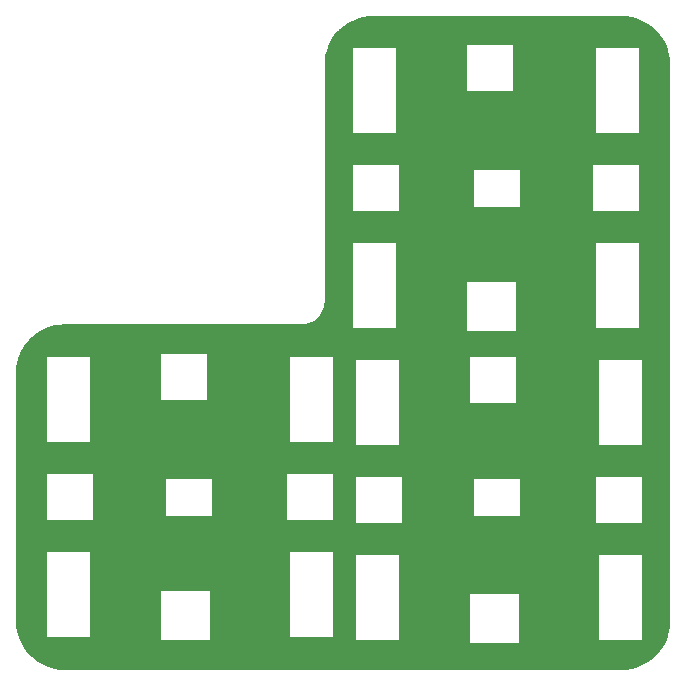
<source format=gbr>
%TF.GenerationSoftware,KiCad,Pcbnew,(5.1.10)-1*%
%TF.CreationDate,2023-09-11T17:59:32-05:00*%
%TF.ProjectId,perovskite_contact_board,7065726f-7673-46b6-9974-655f636f6e74,V3*%
%TF.SameCoordinates,Original*%
%TF.FileFunction,Soldermask,Top*%
%TF.FilePolarity,Negative*%
%FSLAX46Y46*%
G04 Gerber Fmt 4.6, Leading zero omitted, Abs format (unit mm)*
G04 Created by KiCad (PCBNEW (5.1.10)-1) date 2023-09-11 17:59:32*
%MOMM*%
%LPD*%
G01*
G04 APERTURE LIST*
%ADD10C,0.152400*%
%ADD11C,0.100000*%
G04 APERTURE END LIST*
D10*
X173911569Y-69857761D02*
X174299861Y-69915359D01*
X174680639Y-70010739D01*
X175050234Y-70142982D01*
X175405087Y-70310815D01*
X175741781Y-70512622D01*
X176057073Y-70746458D01*
X176347927Y-71010073D01*
X176611542Y-71300927D01*
X176845378Y-71616219D01*
X177047185Y-71952913D01*
X177215018Y-72307766D01*
X177347261Y-72677361D01*
X177442641Y-73058139D01*
X177500239Y-73446431D01*
X177519500Y-73838500D01*
X177519500Y-121038499D01*
X177500239Y-121430568D01*
X177442641Y-121818860D01*
X177347261Y-122199638D01*
X177215018Y-122569233D01*
X177047185Y-122924086D01*
X176845378Y-123260780D01*
X176611542Y-123576072D01*
X176347927Y-123866926D01*
X176057073Y-124130541D01*
X175741781Y-124364377D01*
X175405087Y-124566184D01*
X175050234Y-124734017D01*
X174680639Y-124866260D01*
X174299861Y-124961640D01*
X173914522Y-125018800D01*
X125924479Y-125018800D01*
X125539140Y-124961640D01*
X125158362Y-124866260D01*
X124788767Y-124734017D01*
X124433914Y-124566184D01*
X124097220Y-124364377D01*
X123781928Y-124130541D01*
X123491074Y-123866926D01*
X123227459Y-123576072D01*
X122993623Y-123260780D01*
X122791816Y-122924086D01*
X122623983Y-122569233D01*
X122491740Y-122199638D01*
X122396360Y-121818860D01*
X122338762Y-121430568D01*
X122319501Y-121038499D01*
X122319501Y-115062000D01*
X124714000Y-115062000D01*
X124714000Y-122428000D01*
X128524000Y-122428000D01*
X128524000Y-118364000D01*
X134366000Y-118364000D01*
X134366000Y-122682000D01*
X138684000Y-122682000D01*
X138684000Y-118364000D01*
X134366000Y-118364000D01*
X128524000Y-118364000D01*
X128524000Y-115062000D01*
X145288000Y-115062000D01*
X145288000Y-122428000D01*
X149098000Y-122428000D01*
X149098000Y-115316000D01*
X150876000Y-115316000D01*
X150876000Y-122682000D01*
X154686000Y-122682000D01*
X154686000Y-118618000D01*
X160528000Y-118618000D01*
X160528000Y-122936000D01*
X164846000Y-122936000D01*
X164846000Y-118618000D01*
X160528000Y-118618000D01*
X154686000Y-118618000D01*
X154686000Y-115316000D01*
X171450000Y-115316000D01*
X171450000Y-122682000D01*
X175260000Y-122682000D01*
X175260000Y-115316000D01*
X171450000Y-115316000D01*
X154686000Y-115316000D01*
X150876000Y-115316000D01*
X149098000Y-115316000D01*
X149098000Y-115062000D01*
X145288000Y-115062000D01*
X128524000Y-115062000D01*
X124714000Y-115062000D01*
X122319501Y-115062000D01*
X122319501Y-108458000D01*
X124714000Y-108458000D01*
X124714000Y-112522000D01*
X128778000Y-112522000D01*
X128778000Y-108902500D01*
X134810500Y-108902500D01*
X134810500Y-112204500D01*
X138874500Y-112204500D01*
X138874500Y-108902500D01*
X134810500Y-108902500D01*
X128778000Y-108902500D01*
X128778000Y-108458000D01*
X145034000Y-108458000D01*
X145034000Y-112522000D01*
X149098000Y-112522000D01*
X149098000Y-108712000D01*
X150876000Y-108712000D01*
X150876000Y-112776000D01*
X154940000Y-112776000D01*
X154940000Y-108839000D01*
X160909000Y-108839000D01*
X160909000Y-112141000D01*
X164973000Y-112141000D01*
X164973000Y-108839000D01*
X160909000Y-108839000D01*
X154940000Y-108839000D01*
X154940000Y-108712000D01*
X171196000Y-108712000D01*
X171196000Y-112776000D01*
X175260000Y-112776000D01*
X175260000Y-108712000D01*
X171196000Y-108712000D01*
X154940000Y-108712000D01*
X150876000Y-108712000D01*
X149098000Y-108712000D01*
X149098000Y-108458000D01*
X145034000Y-108458000D01*
X128778000Y-108458000D01*
X124714000Y-108458000D01*
X122319501Y-108458000D01*
X122319501Y-99938499D01*
X122338762Y-99546430D01*
X122396360Y-99158138D01*
X122491740Y-98777360D01*
X122572374Y-98552000D01*
X124714000Y-98552000D01*
X124714000Y-105918000D01*
X128524000Y-105918000D01*
X128524000Y-98552000D01*
X124714000Y-98552000D01*
X122572374Y-98552000D01*
X122623983Y-98407765D01*
X122675897Y-98298000D01*
X134366000Y-98298000D01*
X134366000Y-102362000D01*
X138430000Y-102362000D01*
X138430000Y-98552000D01*
X145288000Y-98552000D01*
X145288000Y-105918000D01*
X149098000Y-105918000D01*
X149098000Y-98806000D01*
X150876000Y-98806000D01*
X150876000Y-106172000D01*
X154686000Y-106172000D01*
X154686000Y-98806000D01*
X150876000Y-98806000D01*
X149098000Y-98806000D01*
X149098000Y-98552000D01*
X160528000Y-98552000D01*
X160528000Y-102616000D01*
X164592000Y-102616000D01*
X164592000Y-98806000D01*
X171450000Y-98806000D01*
X171450000Y-106172000D01*
X175260000Y-106172000D01*
X175260000Y-98806000D01*
X171450000Y-98806000D01*
X164592000Y-98806000D01*
X164592000Y-98552000D01*
X160528000Y-98552000D01*
X149098000Y-98552000D01*
X145288000Y-98552000D01*
X138430000Y-98552000D01*
X138430000Y-98298000D01*
X134366000Y-98298000D01*
X122675897Y-98298000D01*
X122791816Y-98052912D01*
X122993623Y-97716218D01*
X123227459Y-97400926D01*
X123491074Y-97110072D01*
X123781928Y-96846457D01*
X124097220Y-96612621D01*
X124433914Y-96410814D01*
X124788767Y-96242981D01*
X125158362Y-96110738D01*
X125539140Y-96015358D01*
X125927432Y-95957760D01*
X126319501Y-95938499D01*
X146419500Y-95938499D01*
X146704130Y-95918142D01*
X146982965Y-95857485D01*
X147250330Y-95757763D01*
X147500782Y-95621006D01*
X147729221Y-95449998D01*
X147930999Y-95248220D01*
X148102007Y-95019781D01*
X148238764Y-94769329D01*
X148338486Y-94501964D01*
X148399143Y-94223129D01*
X148419500Y-93938499D01*
X148419500Y-88900000D01*
X150622000Y-88900000D01*
X150622000Y-96266000D01*
X154432000Y-96266000D01*
X154432000Y-92202000D01*
X160274000Y-92202000D01*
X160274000Y-96520000D01*
X164592000Y-96520000D01*
X164592000Y-92202000D01*
X160274000Y-92202000D01*
X154432000Y-92202000D01*
X154432000Y-88900000D01*
X171196000Y-88900000D01*
X171196000Y-96266000D01*
X175006000Y-96266000D01*
X175006000Y-88900000D01*
X171196000Y-88900000D01*
X154432000Y-88900000D01*
X150622000Y-88900000D01*
X148419500Y-88900000D01*
X148419500Y-82296000D01*
X150622000Y-82296000D01*
X150622000Y-86360000D01*
X154686000Y-86360000D01*
X154686000Y-82677000D01*
X160909000Y-82677000D01*
X160909000Y-85979000D01*
X164973000Y-85979000D01*
X164973000Y-82677000D01*
X160909000Y-82677000D01*
X154686000Y-82677000D01*
X154686000Y-82296000D01*
X170942000Y-82296000D01*
X170942000Y-86360000D01*
X175006000Y-86360000D01*
X175006000Y-82296000D01*
X170942000Y-82296000D01*
X154686000Y-82296000D01*
X150622000Y-82296000D01*
X148419500Y-82296000D01*
X148419500Y-75062397D01*
X148435896Y-73504743D01*
X148438761Y-73446431D01*
X148496359Y-73058139D01*
X148591739Y-72677361D01*
X148694558Y-72390000D01*
X150622000Y-72390000D01*
X150622000Y-79756000D01*
X154432000Y-79756000D01*
X154432000Y-72390000D01*
X150622000Y-72390000D01*
X148694558Y-72390000D01*
X148723982Y-72307766D01*
X148805221Y-72136000D01*
X160274000Y-72136000D01*
X160274000Y-76200000D01*
X164338000Y-76200000D01*
X164338000Y-72390000D01*
X171196000Y-72390000D01*
X171196000Y-79756000D01*
X175006000Y-79756000D01*
X175006000Y-72390000D01*
X171196000Y-72390000D01*
X164338000Y-72390000D01*
X164338000Y-72136000D01*
X160274000Y-72136000D01*
X148805221Y-72136000D01*
X148891815Y-71952913D01*
X149093622Y-71616219D01*
X149327458Y-71300927D01*
X149591073Y-71010073D01*
X149881927Y-70746458D01*
X150197219Y-70512622D01*
X150533913Y-70310815D01*
X150888766Y-70142982D01*
X151258361Y-70010739D01*
X151639139Y-69915359D01*
X152027431Y-69857761D01*
X152419500Y-69838500D01*
X173519500Y-69838500D01*
X173911569Y-69857761D01*
D11*
G36*
X173911569Y-69857761D02*
G01*
X174299861Y-69915359D01*
X174680639Y-70010739D01*
X175050234Y-70142982D01*
X175405087Y-70310815D01*
X175741781Y-70512622D01*
X176057073Y-70746458D01*
X176347927Y-71010073D01*
X176611542Y-71300927D01*
X176845378Y-71616219D01*
X177047185Y-71952913D01*
X177215018Y-72307766D01*
X177347261Y-72677361D01*
X177442641Y-73058139D01*
X177500239Y-73446431D01*
X177519500Y-73838500D01*
X177519500Y-121038499D01*
X177500239Y-121430568D01*
X177442641Y-121818860D01*
X177347261Y-122199638D01*
X177215018Y-122569233D01*
X177047185Y-122924086D01*
X176845378Y-123260780D01*
X176611542Y-123576072D01*
X176347927Y-123866926D01*
X176057073Y-124130541D01*
X175741781Y-124364377D01*
X175405087Y-124566184D01*
X175050234Y-124734017D01*
X174680639Y-124866260D01*
X174299861Y-124961640D01*
X173914522Y-125018800D01*
X125924479Y-125018800D01*
X125539140Y-124961640D01*
X125158362Y-124866260D01*
X124788767Y-124734017D01*
X124433914Y-124566184D01*
X124097220Y-124364377D01*
X123781928Y-124130541D01*
X123491074Y-123866926D01*
X123227459Y-123576072D01*
X122993623Y-123260780D01*
X122791816Y-122924086D01*
X122623983Y-122569233D01*
X122491740Y-122199638D01*
X122396360Y-121818860D01*
X122338762Y-121430568D01*
X122319501Y-121038499D01*
X122319501Y-115062000D01*
X124714000Y-115062000D01*
X124714000Y-122428000D01*
X128524000Y-122428000D01*
X128524000Y-118364000D01*
X134366000Y-118364000D01*
X134366000Y-122682000D01*
X138684000Y-122682000D01*
X138684000Y-118364000D01*
X134366000Y-118364000D01*
X128524000Y-118364000D01*
X128524000Y-115062000D01*
X145288000Y-115062000D01*
X145288000Y-122428000D01*
X149098000Y-122428000D01*
X149098000Y-115316000D01*
X150876000Y-115316000D01*
X150876000Y-122682000D01*
X154686000Y-122682000D01*
X154686000Y-118618000D01*
X160528000Y-118618000D01*
X160528000Y-122936000D01*
X164846000Y-122936000D01*
X164846000Y-118618000D01*
X160528000Y-118618000D01*
X154686000Y-118618000D01*
X154686000Y-115316000D01*
X171450000Y-115316000D01*
X171450000Y-122682000D01*
X175260000Y-122682000D01*
X175260000Y-115316000D01*
X171450000Y-115316000D01*
X154686000Y-115316000D01*
X150876000Y-115316000D01*
X149098000Y-115316000D01*
X149098000Y-115062000D01*
X145288000Y-115062000D01*
X128524000Y-115062000D01*
X124714000Y-115062000D01*
X122319501Y-115062000D01*
X122319501Y-108458000D01*
X124714000Y-108458000D01*
X124714000Y-112522000D01*
X128778000Y-112522000D01*
X128778000Y-108902500D01*
X134810500Y-108902500D01*
X134810500Y-112204500D01*
X138874500Y-112204500D01*
X138874500Y-108902500D01*
X134810500Y-108902500D01*
X128778000Y-108902500D01*
X128778000Y-108458000D01*
X145034000Y-108458000D01*
X145034000Y-112522000D01*
X149098000Y-112522000D01*
X149098000Y-108712000D01*
X150876000Y-108712000D01*
X150876000Y-112776000D01*
X154940000Y-112776000D01*
X154940000Y-108839000D01*
X160909000Y-108839000D01*
X160909000Y-112141000D01*
X164973000Y-112141000D01*
X164973000Y-108839000D01*
X160909000Y-108839000D01*
X154940000Y-108839000D01*
X154940000Y-108712000D01*
X171196000Y-108712000D01*
X171196000Y-112776000D01*
X175260000Y-112776000D01*
X175260000Y-108712000D01*
X171196000Y-108712000D01*
X154940000Y-108712000D01*
X150876000Y-108712000D01*
X149098000Y-108712000D01*
X149098000Y-108458000D01*
X145034000Y-108458000D01*
X128778000Y-108458000D01*
X124714000Y-108458000D01*
X122319501Y-108458000D01*
X122319501Y-99938499D01*
X122338762Y-99546430D01*
X122396360Y-99158138D01*
X122491740Y-98777360D01*
X122572374Y-98552000D01*
X124714000Y-98552000D01*
X124714000Y-105918000D01*
X128524000Y-105918000D01*
X128524000Y-98552000D01*
X124714000Y-98552000D01*
X122572374Y-98552000D01*
X122623983Y-98407765D01*
X122675897Y-98298000D01*
X134366000Y-98298000D01*
X134366000Y-102362000D01*
X138430000Y-102362000D01*
X138430000Y-98552000D01*
X145288000Y-98552000D01*
X145288000Y-105918000D01*
X149098000Y-105918000D01*
X149098000Y-98806000D01*
X150876000Y-98806000D01*
X150876000Y-106172000D01*
X154686000Y-106172000D01*
X154686000Y-98806000D01*
X150876000Y-98806000D01*
X149098000Y-98806000D01*
X149098000Y-98552000D01*
X160528000Y-98552000D01*
X160528000Y-102616000D01*
X164592000Y-102616000D01*
X164592000Y-98806000D01*
X171450000Y-98806000D01*
X171450000Y-106172000D01*
X175260000Y-106172000D01*
X175260000Y-98806000D01*
X171450000Y-98806000D01*
X164592000Y-98806000D01*
X164592000Y-98552000D01*
X160528000Y-98552000D01*
X149098000Y-98552000D01*
X145288000Y-98552000D01*
X138430000Y-98552000D01*
X138430000Y-98298000D01*
X134366000Y-98298000D01*
X122675897Y-98298000D01*
X122791816Y-98052912D01*
X122993623Y-97716218D01*
X123227459Y-97400926D01*
X123491074Y-97110072D01*
X123781928Y-96846457D01*
X124097220Y-96612621D01*
X124433914Y-96410814D01*
X124788767Y-96242981D01*
X125158362Y-96110738D01*
X125539140Y-96015358D01*
X125927432Y-95957760D01*
X126319501Y-95938499D01*
X146419500Y-95938499D01*
X146704130Y-95918142D01*
X146982965Y-95857485D01*
X147250330Y-95757763D01*
X147500782Y-95621006D01*
X147729221Y-95449998D01*
X147930999Y-95248220D01*
X148102007Y-95019781D01*
X148238764Y-94769329D01*
X148338486Y-94501964D01*
X148399143Y-94223129D01*
X148419500Y-93938499D01*
X148419500Y-88900000D01*
X150622000Y-88900000D01*
X150622000Y-96266000D01*
X154432000Y-96266000D01*
X154432000Y-92202000D01*
X160274000Y-92202000D01*
X160274000Y-96520000D01*
X164592000Y-96520000D01*
X164592000Y-92202000D01*
X160274000Y-92202000D01*
X154432000Y-92202000D01*
X154432000Y-88900000D01*
X171196000Y-88900000D01*
X171196000Y-96266000D01*
X175006000Y-96266000D01*
X175006000Y-88900000D01*
X171196000Y-88900000D01*
X154432000Y-88900000D01*
X150622000Y-88900000D01*
X148419500Y-88900000D01*
X148419500Y-82296000D01*
X150622000Y-82296000D01*
X150622000Y-86360000D01*
X154686000Y-86360000D01*
X154686000Y-82677000D01*
X160909000Y-82677000D01*
X160909000Y-85979000D01*
X164973000Y-85979000D01*
X164973000Y-82677000D01*
X160909000Y-82677000D01*
X154686000Y-82677000D01*
X154686000Y-82296000D01*
X170942000Y-82296000D01*
X170942000Y-86360000D01*
X175006000Y-86360000D01*
X175006000Y-82296000D01*
X170942000Y-82296000D01*
X154686000Y-82296000D01*
X150622000Y-82296000D01*
X148419500Y-82296000D01*
X148419500Y-75062397D01*
X148435896Y-73504743D01*
X148438761Y-73446431D01*
X148496359Y-73058139D01*
X148591739Y-72677361D01*
X148694558Y-72390000D01*
X150622000Y-72390000D01*
X150622000Y-79756000D01*
X154432000Y-79756000D01*
X154432000Y-72390000D01*
X150622000Y-72390000D01*
X148694558Y-72390000D01*
X148723982Y-72307766D01*
X148805221Y-72136000D01*
X160274000Y-72136000D01*
X160274000Y-76200000D01*
X164338000Y-76200000D01*
X164338000Y-72390000D01*
X171196000Y-72390000D01*
X171196000Y-79756000D01*
X175006000Y-79756000D01*
X175006000Y-72390000D01*
X171196000Y-72390000D01*
X164338000Y-72390000D01*
X164338000Y-72136000D01*
X160274000Y-72136000D01*
X148805221Y-72136000D01*
X148891815Y-71952913D01*
X149093622Y-71616219D01*
X149327458Y-71300927D01*
X149591073Y-71010073D01*
X149881927Y-70746458D01*
X150197219Y-70512622D01*
X150533913Y-70310815D01*
X150888766Y-70142982D01*
X151258361Y-70010739D01*
X151639139Y-69915359D01*
X152027431Y-69857761D01*
X152419500Y-69838500D01*
X173519500Y-69838500D01*
X173911569Y-69857761D01*
G37*
M02*

</source>
